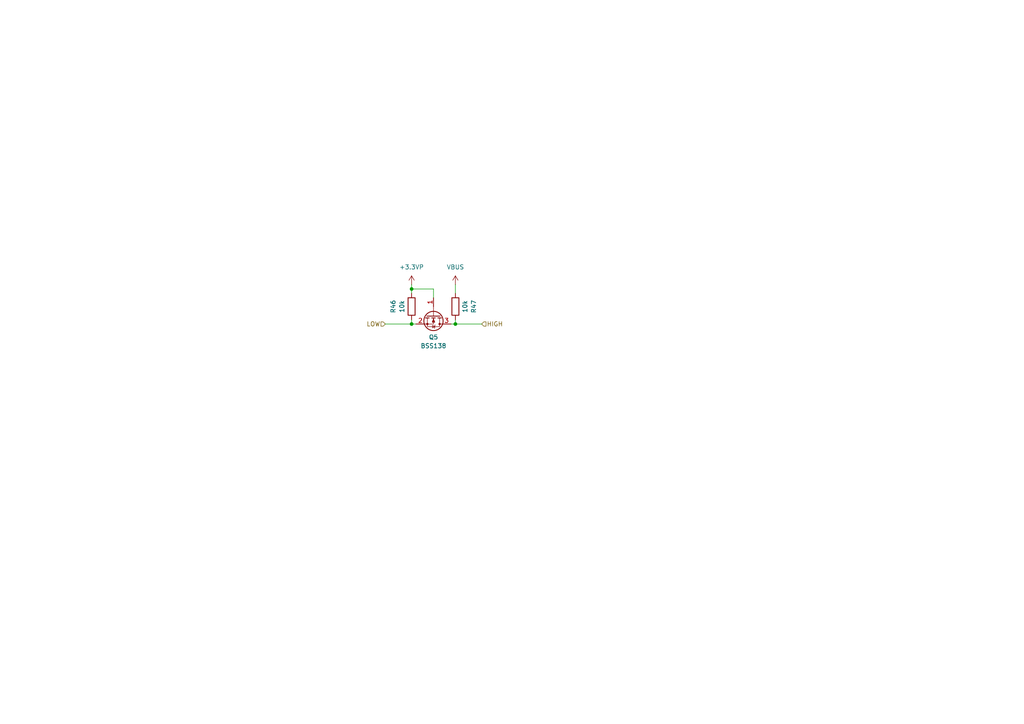
<source format=kicad_sch>
(kicad_sch (version 20250114) (generator "eeschema") (generator_version "9.0")
  (paper "A4")
  (title_block (date "2026-01-13") (rev "0.0.2") (company "KN NaMi"))
  (lib_symbols
    (symbol "Device:R" (pin_numbers (hide yes)) (pin_names (offset 0))
      (property "Reference" "R" (at 2.032 0 90))
      (property "Value" "R" (at 0 0 90))
      (symbol "R_0_1"
        (rectangle (start -1.016 -2.54) (end 1.016 2.54) (stroke (width 0.254)))
      )
      (symbol "R_1_1"
        (pin passive line (at 0 3.81 270) (length 1.27) (name "~") (number "1"))
        (pin passive line (at 0 -3.81 90) (length 1.27) (name "~") (number "2"))
      )
    )
    (symbol "Transistor_FET:BSS138" (pin_names (hide yes))
      (property "Reference" "Q" (at 5.08 1.905 0))
      (property "Value" "BSS138" (at 5.08 0 0))
      (symbol "BSS138_0_1"
        (polyline (pts (xy 0.254 1.905) (xy 0.254 -1.905)) (stroke (width 0.254)))
        (polyline (pts (xy 0.254 0) (xy -2.54 0)))
        (polyline (pts (xy 0.762 2.286) (xy 0.762 1.27)) (stroke (width 0.254)))
        (polyline (pts (xy 0.762 0.508) (xy 0.762 -0.508)) (stroke (width 0.254)))
        (polyline (pts (xy 0.762 -1.27) (xy 0.762 -2.286)) (stroke (width 0.254)))
        (polyline (pts (xy 0.762 -1.778) (xy 3.302 -1.778) (xy 3.302 1.778) (xy 0.762 1.778)))
        (polyline (pts (xy 1.016 0) (xy 2.032 0.381) (xy 2.032 -0.381) (xy 1.016 0)) (fill (type outline)))
        (circle (center 1.651 0) (radius 2.794) (stroke (width 0.254)))
        (polyline (pts (xy 2.54 2.54) (xy 2.54 1.778)))
        (circle (center 2.54 1.778) (radius 0.254) (fill (type outline)))
        (circle (center 2.54 -1.778) (radius 0.254) (fill (type outline)))
        (polyline (pts (xy 2.54 -2.54) (xy 2.54 0) (xy 0.762 0)))
        (polyline (pts (xy 2.794 0.508) (xy 2.921 0.381) (xy 3.683 0.381) (xy 3.81 0.254)))
        (polyline (pts (xy 3.302 0.381) (xy 2.921 -0.254) (xy 3.683 -0.254) (xy 3.302 0.381)))
      )
      (symbol "BSS138_1_1"
        (pin input line (at -5.08 0 0) (length 2.54) (name "G") (number "1"))
        (pin passive line (at 2.54 5.08 270) (length 2.54) (name "D") (number "3"))
        (pin passive line (at 2.54 -5.08 90) (length 2.54) (name "S") (number "2"))
      )
    )
    (symbol "power:+3.3VP" (power) (pin_numbers (hide yes)) (pin_names (offset 0) (hide yes))
      (property "Value" "+3.3VP" (at 0 3.556 0))
      (symbol "+3.3VP_0_0"
        (pin power_in line (at 0 0 90) (length 0) (name "~") (number "1"))
      )
      (symbol "+3.3VP_0_1"
        (polyline (pts (xy -0.762 1.27) (xy 0 2.54)))
        (polyline (pts (xy 0 2.54) (xy 0.762 1.27)))
        (polyline (pts (xy 0 0) (xy 0 2.54)))
      )
    )
    (symbol "power:VBUS" (power) (pin_numbers (hide yes)) (pin_names (offset 0) (hide yes))
      (property "Value" "VBUS" (at 0 3.556 0))
      (symbol "VBUS_0_1"
        (polyline (pts (xy -0.762 1.27) (xy 0 2.54)))
        (polyline (pts (xy 0 2.54) (xy 0.762 1.27)))
        (polyline (pts (xy 0 0) (xy 0 2.54)))
      )
      (symbol "VBUS_1_1"
        (pin power_in line (at 0 0 90) (length 0) (name "~") (number "1"))
      )
    )
  )
  (junction (at 119.38 93.98))
  (junction (at 132.08 93.98))
  (junction (at 119.38 83.82))
  (wire (pts (xy 132.08 93.98) (xy 132.08 92.71)))
  (wire (pts (xy 119.38 92.71) (xy 119.38 93.98)))
  (wire (pts (xy 119.38 83.82) (xy 125.73 83.82)))
  (wire (pts (xy 111.76 93.98) (xy 119.38 93.98)))
  (wire (pts (xy 125.73 86.36) (xy 125.73 83.82)))
  (wire (pts (xy 130.81 93.98) (xy 132.08 93.98)))
  (wire (pts (xy 119.38 93.98) (xy 120.65 93.98)))
  (wire (pts (xy 119.38 82.55) (xy 119.38 83.82)))
  (wire (pts (xy 132.08 85.09) (xy 132.08 82.55)))
  (wire (pts (xy 119.38 83.82) (xy 119.38 85.09)))
  (wire (pts (xy 132.08 93.98) (xy 139.7 93.98)))
  (hierarchical_label "LOW" (shape input) (at 111.76 93.98 180))
  (hierarchical_label "HIGH" (shape input) (at 139.7 93.98 0))
  (symbol (lib_id "power:+3.3VP") (at 119.38 82.55 0) (unit 1)
    (property "Reference" "#PWR093" (effects (hide yes)))
    (property "Value" "+3.3VP" (at 119.38 77.47 0))
    (property "Description" "Power symbol creates a global label with name \"+3.3VP\"" (effects (hide yes)))
    (instances (project "NaMi_DevBoard" (path "" (reference "#PWR0101") (unit 1)) (path "" (reference "#PWR093") (unit 1)) (path "" (reference "#PWR097") (unit 1)) (path "" (reference "#PWR095") (unit 1))))
  )
  (symbol (lib_id "power:VBUS") (at 132.08 82.55 0) (unit 1)
    (property "Reference" "#PWR094" (effects (hide yes)))
    (property "Value" "VBUS" (at 132.08 77.47 0))
    (property "Description" "Power symbol creates a global label with name \"VBUS\"" (effects (hide yes)))
    (instances (project "NaMi_DevBoard" (path "" (reference "#PWR0104") (unit 1)) (path "" (reference "#PWR094") (unit 1)) (path "" (reference "#PWR098") (unit 1)) (path "" (reference "#PWR096") (unit 1))))
  )
  (symbol (lib_id "Device:R") (at 132.08 88.9 0) (mirror x) (unit 1)
    (property "Reference" "R32" (at 137.414 88.9 90))
    (property "Value" "10k" (at 134.874 88.9 90))
    (property "Footprint" "Resistor_SMD:R_0603_1608Metric_Pad0.98x0.95mm_HandSolder" (effects (hide yes)))
    (property "Description" "Resistor" (effects (hide yes)))
    (instances (project "NaMi_DevBoard" (path "" (reference "R47") (unit 1)) (path "" (reference "R32") (unit 1)) (path "" (reference "R45") (unit 1)) (path "" (reference "R34") (unit 1))))
  )
  (symbol (lib_id "Transistor_FET:BSS138") (at 125.73 91.44 270) (unit 1)
    (property "Reference" "Q1" (at 125.73 97.79 90))
    (property "Value" "BSS138" (at 125.73 100.33 90))
    (property "Footprint" "Package_TO_SOT_SMD:SOT-23" (effects (hide yes)))
    (property "Datasheet" "https://www.onsemi.com/pub/Collateral/BSS138-D.PDF" (effects (hide yes)))
    (property "Description" "50V Vds, 0.22A Id, N-Channel MOSFET, SOT-23" (effects (hide yes)))
    (instances (project "NaMi_DevBoard" (path "" (reference "Q5") (unit 1)) (path "" (reference "Q1") (unit 1)) (path "" (reference "Q4") (unit 1)) (path "" (reference "Q2") (unit 1))))
  )
  (symbol (lib_id "Device:R") (at 119.38 88.9 180) (unit 1)
    (property "Reference" "R31" (at 114.046 88.9 90))
    (property "Value" "10k" (at 116.586 88.9 90))
    (property "Footprint" "Resistor_SMD:R_0603_1608Metric_Pad0.98x0.95mm_HandSolder" (effects (hide yes)))
    (property "Description" "Resistor" (effects (hide yes)))
    (instances (project "NaMi_DevBoard" (path "" (reference "R46") (unit 1)) (path "" (reference "R31") (unit 1)) (path "" (reference "R44") (unit 1)) (path "" (reference "R33") (unit 1))))
  )
)
</source>
